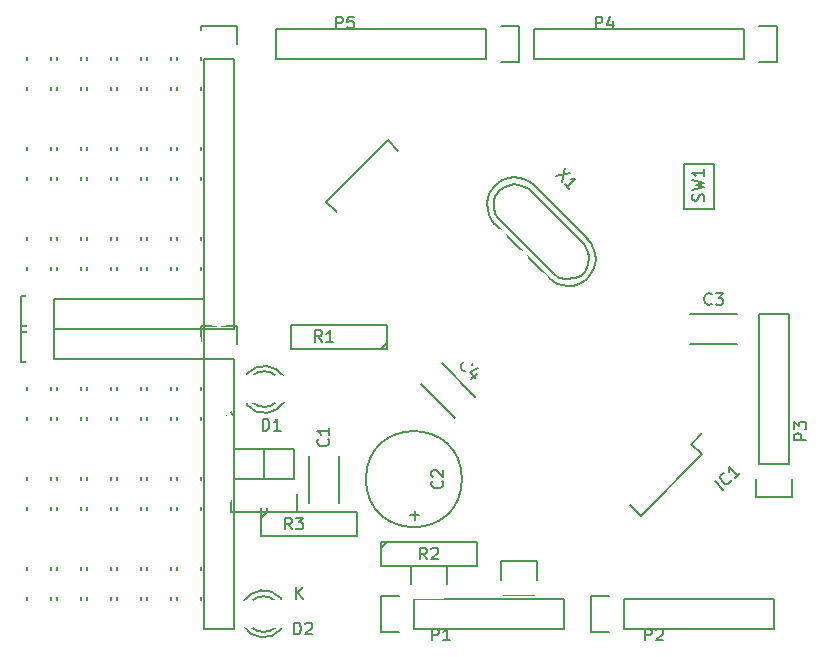
<source format=gto>
G04 #@! TF.FileFunction,Legend,Top*
%FSLAX46Y46*%
G04 Gerber Fmt 4.6, Leading zero omitted, Abs format (unit mm)*
G04 Created by KiCad (PCBNEW 4.0.4+e1-6308~48~ubuntu16.04.1-stable) date Thu Sep 15 18:43:10 2016*
%MOMM*%
%LPD*%
G01*
G04 APERTURE LIST*
%ADD10C,0.100000*%
%ADD11C,0.150000*%
%ADD12R,2.305000X2.305000*%
%ADD13C,2.000000*%
%ADD14R,2.000000X2.000000*%
%ADD15C,3.600000*%
%ADD16C,1.901140*%
%ADD17C,1.924000*%
%ADD18R,2.432000X2.127200*%
%ADD19O,2.432000X2.127200*%
%ADD20R,2.127200X2.432000*%
%ADD21O,2.127200X2.432000*%
%ADD22R,2.432000X2.432000*%
%ADD23O,2.432000X2.432000*%
%ADD24R,2.635200X2.635200*%
%ADD25R,2.400000X2.400000*%
%ADD26C,2.400000*%
%ADD27R,2.051000X2.051000*%
%ADD28C,2.051000*%
%ADD29C,2.000000*%
G04 APERTURE END LIST*
D10*
D11*
X1524000Y23876000D02*
X3556000Y23876000D01*
X3556000Y23876000D02*
X3556000Y16764000D01*
X3556000Y16764000D02*
X1524000Y16764000D01*
X1524000Y16764000D02*
X1524000Y23876000D01*
X1524000Y51816000D02*
X3556000Y51816000D01*
X3556000Y51816000D02*
X3556000Y44704000D01*
X3556000Y44704000D02*
X1524000Y44704000D01*
X1524000Y44704000D02*
X1524000Y51816000D01*
X57150000Y40640000D02*
X57150000Y36830000D01*
X57150000Y36830000D02*
X59690000Y36830000D01*
X59690000Y36830000D02*
X59690000Y40640000D01*
X59690000Y40640000D02*
X57150000Y40640000D01*
X36675553Y23766214D02*
X39503981Y20937786D01*
X34907786Y21998447D02*
X37736214Y19170019D01*
X57670000Y27920000D02*
X61670000Y27920000D01*
X57670000Y25420000D02*
X61670000Y25420000D01*
X25420000Y11950000D02*
X25420000Y15950000D01*
X27920000Y11950000D02*
X27920000Y15950000D01*
X41054661Y37540051D02*
X41196549Y37965715D01*
X41196549Y37965715D02*
X41548575Y38461425D01*
X41548575Y38461425D02*
X41974239Y38743405D01*
X41974239Y38743405D02*
X42750133Y38955339D01*
X42750133Y38955339D02*
X43459574Y38813451D01*
X43459574Y38813451D02*
X44025330Y38531471D01*
X44025330Y38531471D02*
X48691471Y33865330D01*
X48691471Y33865330D02*
X49045293Y33227732D01*
X49045293Y33227732D02*
X49115339Y32733818D01*
X49115339Y32733818D02*
X49045293Y32096219D01*
X49045293Y32096219D02*
X48763313Y31530463D01*
X48763313Y31530463D02*
X48409491Y31176641D01*
X48409491Y31176641D02*
X47913781Y30964707D01*
X47913781Y30964707D02*
X47136090Y30894661D01*
X47136090Y30894661D02*
X46570334Y31036549D01*
X46570334Y31036549D02*
X46144670Y31318529D01*
X46074624Y31388575D02*
X41406687Y36056512D01*
X41406687Y36056512D02*
X41196549Y36410334D01*
X41196549Y36410334D02*
X41054661Y36976090D01*
X41054661Y36976090D02*
X41054661Y37683735D01*
X45693861Y31022181D02*
X46053072Y30731220D01*
X46053072Y30731220D02*
X46414078Y30528267D01*
X46414078Y30528267D02*
X46873867Y30377398D01*
X46873867Y30377398D02*
X47242058Y30336089D01*
X47242058Y30336089D02*
X47723399Y30350458D01*
X47723399Y30350458D02*
X48308912Y30526471D01*
X48308912Y30526471D02*
X48824379Y30858740D01*
X48824379Y30858740D02*
X49185385Y31219746D01*
X49185385Y31219746D02*
X49560760Y31835792D01*
X49560760Y31835792D02*
X49695463Y32534456D01*
X49695463Y32534456D02*
X49632602Y33121765D01*
X49632602Y33121765D02*
X49481733Y33567185D01*
X49481733Y33567185D02*
X49276984Y33998238D01*
X49276984Y33998238D02*
X48987819Y34330507D01*
X43642771Y39366635D02*
X43218903Y39477990D01*
X43218903Y39477990D02*
X42795035Y39506727D01*
X42795035Y39506727D02*
X42383739Y39451049D01*
X42383739Y39451049D02*
X41782062Y39273240D01*
X41782062Y39273240D02*
X41372562Y39018201D01*
X41372562Y39018201D02*
X41033108Y38707484D01*
X41033108Y38707484D02*
X40770885Y38319537D01*
X40770885Y38319537D02*
X40587688Y37866932D01*
X40587688Y37866932D02*
X40510458Y37279623D01*
X40510458Y37279623D02*
X40532010Y36805466D01*
X40532010Y36805466D02*
X40643365Y36367229D01*
X40643365Y36367229D02*
X40848115Y35964914D01*
X40848115Y35964914D02*
X41112135Y35603907D01*
X48995004Y34308954D02*
X44433033Y38870925D01*
X44433033Y38870925D02*
X44109744Y39140332D01*
X44109744Y39140332D02*
X43642771Y39366635D01*
X45701046Y31014996D02*
X41139075Y35576967D01*
X20320000Y10160000D02*
X21336000Y10160000D01*
X21336000Y10160000D02*
X21336000Y11176000D01*
X21336000Y11176000D02*
X29464000Y11176000D01*
X29464000Y11176000D02*
X29464000Y9144000D01*
X29464000Y9144000D02*
X21336000Y9144000D01*
X21336000Y9144000D02*
X21336000Y10160000D01*
X21336000Y10668000D02*
X21844000Y11176000D01*
X30480000Y10160000D02*
X29464000Y10160000D01*
X30480000Y7620000D02*
X31496000Y7620000D01*
X31496000Y7620000D02*
X31496000Y8636000D01*
X31496000Y8636000D02*
X39624000Y8636000D01*
X39624000Y8636000D02*
X39624000Y6604000D01*
X39624000Y6604000D02*
X31496000Y6604000D01*
X31496000Y6604000D02*
X31496000Y7620000D01*
X31496000Y8128000D02*
X32004000Y8636000D01*
X40640000Y7620000D02*
X39624000Y7620000D01*
X33020000Y26035000D02*
X32004000Y26035000D01*
X32004000Y26035000D02*
X32004000Y25019000D01*
X32004000Y25019000D02*
X23876000Y25019000D01*
X23876000Y25019000D02*
X23876000Y27051000D01*
X23876000Y27051000D02*
X32004000Y27051000D01*
X32004000Y27051000D02*
X32004000Y26035000D01*
X32004000Y25527000D02*
X31496000Y25019000D01*
X22860000Y26035000D02*
X23876000Y26035000D01*
X19050000Y49530000D02*
X19050000Y26670000D01*
X19050000Y26670000D02*
X16510000Y26670000D01*
X16510000Y26670000D02*
X16510000Y49530000D01*
X19330000Y52350000D02*
X19330000Y50800000D01*
X19050000Y49530000D02*
X16510000Y49530000D01*
X16230000Y50800000D02*
X16230000Y52350000D01*
X16230000Y52350000D02*
X19330000Y52350000D01*
X3810000Y29210000D02*
X16510000Y29210000D01*
X16510000Y29210000D02*
X16510000Y26670000D01*
X16510000Y26670000D02*
X3810000Y26670000D01*
X990000Y29490000D02*
X2540000Y29490000D01*
X3810000Y29210000D02*
X3810000Y26670000D01*
X2540000Y26390000D02*
X990000Y26390000D01*
X990000Y26390000D02*
X990000Y29490000D01*
X19050000Y24130000D02*
X19050000Y1270000D01*
X19050000Y1270000D02*
X16510000Y1270000D01*
X16510000Y1270000D02*
X16510000Y24130000D01*
X19330000Y26950000D02*
X19330000Y25400000D01*
X19050000Y24130000D02*
X16510000Y24130000D01*
X16230000Y25400000D02*
X16230000Y26950000D01*
X16230000Y26950000D02*
X19330000Y26950000D01*
X3810000Y26670000D02*
X16510000Y26670000D01*
X16510000Y26670000D02*
X16510000Y24130000D01*
X16510000Y24130000D02*
X3810000Y24130000D01*
X990000Y26950000D02*
X2540000Y26950000D01*
X3810000Y26670000D02*
X3810000Y24130000D01*
X2540000Y23850000D02*
X990000Y23850000D01*
X990000Y23850000D02*
X990000Y26950000D01*
X19050000Y13970000D02*
X19050000Y16510000D01*
X18770000Y11150000D02*
X18770000Y12700000D01*
X19050000Y13970000D02*
X21590000Y13970000D01*
X21870000Y12700000D02*
X21870000Y11150000D01*
X21870000Y11150000D02*
X18770000Y11150000D01*
X21590000Y13970000D02*
X21590000Y16510000D01*
X21590000Y16510000D02*
X19050000Y16510000D01*
X21590000Y13970000D02*
X21590000Y16510000D01*
X21310000Y11150000D02*
X21310000Y12700000D01*
X21590000Y13970000D02*
X24130000Y13970000D01*
X24410000Y12700000D02*
X24410000Y11150000D01*
X24410000Y11150000D02*
X21310000Y11150000D01*
X24130000Y13970000D02*
X24130000Y16510000D01*
X24130000Y16510000D02*
X21590000Y16510000D01*
X44730000Y7011000D02*
X44730000Y5461000D01*
X41630000Y5461000D02*
X41630000Y7011000D01*
X41630000Y7011000D02*
X44730000Y7011000D01*
X41910000Y4191000D02*
X44450000Y4191000D01*
X37110000Y6630000D02*
X37110000Y5080000D01*
X34010000Y5080000D02*
X34010000Y6630000D01*
X34010000Y6630000D02*
X37110000Y6630000D01*
X34290000Y3810000D02*
X36830000Y3810000D01*
X40386000Y49530000D02*
X22606000Y49530000D01*
X22606000Y49530000D02*
X22606000Y52070000D01*
X22606000Y52070000D02*
X40386000Y52070000D01*
X43206000Y49250000D02*
X41656000Y49250000D01*
X40386000Y49530000D02*
X40386000Y52070000D01*
X41656000Y52350000D02*
X43206000Y52350000D01*
X43206000Y52350000D02*
X43206000Y49250000D01*
X62230000Y49530000D02*
X44450000Y49530000D01*
X44450000Y49530000D02*
X44450000Y52070000D01*
X44450000Y52070000D02*
X62230000Y52070000D01*
X65050000Y49250000D02*
X63500000Y49250000D01*
X62230000Y49530000D02*
X62230000Y52070000D01*
X63500000Y52350000D02*
X65050000Y52350000D01*
X65050000Y52350000D02*
X65050000Y49250000D01*
X63500000Y15240000D02*
X63500000Y27940000D01*
X63500000Y27940000D02*
X66040000Y27940000D01*
X66040000Y27940000D02*
X66040000Y15240000D01*
X63220000Y12420000D02*
X63220000Y13970000D01*
X63500000Y15240000D02*
X66040000Y15240000D01*
X66320000Y13970000D02*
X66320000Y12420000D01*
X66320000Y12420000D02*
X63220000Y12420000D01*
X52070000Y3810000D02*
X64770000Y3810000D01*
X64770000Y3810000D02*
X64770000Y1270000D01*
X64770000Y1270000D02*
X52070000Y1270000D01*
X49250000Y4090000D02*
X50800000Y4090000D01*
X52070000Y3810000D02*
X52070000Y1270000D01*
X50800000Y990000D02*
X49250000Y990000D01*
X49250000Y990000D02*
X49250000Y4090000D01*
X34290000Y3810000D02*
X46990000Y3810000D01*
X46990000Y3810000D02*
X46990000Y1270000D01*
X46990000Y1270000D02*
X34290000Y1270000D01*
X31470000Y4090000D02*
X33020000Y4090000D01*
X34290000Y3810000D02*
X34290000Y1270000D01*
X33020000Y990000D02*
X31470000Y990000D01*
X31470000Y990000D02*
X31470000Y4090000D01*
X23059000Y3854000D02*
X23059000Y3654000D01*
X23059000Y1260000D02*
X23059000Y1440000D01*
X19831256Y1570357D02*
G75*
G03X23059000Y1254000I1727744J1003643D01*
G01*
X20506994Y1440932D02*
G75*
G03X22610000Y1440000I1052006J1133068D01*
G01*
X23046220Y3880726D02*
G75*
G03X19809000Y3534000I-1497220J-1306726D01*
G01*
X22572889Y3653253D02*
G75*
G03X20525000Y3634000I-1013889J-1079253D01*
G01*
X20121000Y20276000D02*
X20121000Y20476000D01*
X20121000Y22870000D02*
X20121000Y22690000D01*
X23348744Y22559643D02*
G75*
G03X20121000Y22876000I-1727744J-1003643D01*
G01*
X22673006Y22689068D02*
G75*
G03X20570000Y22690000I-1052006J-1133068D01*
G01*
X20133780Y20249274D02*
G75*
G03X23371000Y20596000I1497220J1306726D01*
G01*
X20607111Y20476747D02*
G75*
G03X22655000Y20496000I1013889J1079253D01*
G01*
X38354000Y13970000D02*
G75*
G03X38354000Y13970000I-4064000J0D01*
G01*
X58677351Y16061731D02*
X57779325Y16959756D01*
X53480116Y10864496D02*
X52582090Y11762521D01*
X26885830Y37458782D02*
X27783855Y36560756D01*
X32083065Y42656017D02*
X32981090Y41757991D01*
X58677351Y16061731D02*
X53480116Y10864496D01*
X32083065Y42656017D02*
X26885830Y37458782D01*
X57779325Y16959756D02*
X58687957Y17868388D01*
X4064000Y51816000D02*
X6096000Y51816000D01*
X6096000Y51816000D02*
X6096000Y44704000D01*
X6096000Y44704000D02*
X4064000Y44704000D01*
X4064000Y44704000D02*
X4064000Y51816000D01*
X6604000Y51816000D02*
X8636000Y51816000D01*
X8636000Y51816000D02*
X8636000Y44704000D01*
X8636000Y44704000D02*
X6604000Y44704000D01*
X6604000Y44704000D02*
X6604000Y51816000D01*
X9144000Y51816000D02*
X11176000Y51816000D01*
X11176000Y51816000D02*
X11176000Y44704000D01*
X11176000Y44704000D02*
X9144000Y44704000D01*
X9144000Y44704000D02*
X9144000Y51816000D01*
X11684000Y51816000D02*
X13716000Y51816000D01*
X13716000Y51816000D02*
X13716000Y44704000D01*
X13716000Y44704000D02*
X11684000Y44704000D01*
X11684000Y44704000D02*
X11684000Y51816000D01*
X14224000Y51816000D02*
X16256000Y51816000D01*
X16256000Y51816000D02*
X16256000Y44704000D01*
X16256000Y44704000D02*
X14224000Y44704000D01*
X14224000Y44704000D02*
X14224000Y51816000D01*
X1524000Y44196000D02*
X3556000Y44196000D01*
X3556000Y44196000D02*
X3556000Y37084000D01*
X3556000Y37084000D02*
X1524000Y37084000D01*
X1524000Y37084000D02*
X1524000Y44196000D01*
X4064000Y44196000D02*
X6096000Y44196000D01*
X6096000Y44196000D02*
X6096000Y37084000D01*
X6096000Y37084000D02*
X4064000Y37084000D01*
X4064000Y37084000D02*
X4064000Y44196000D01*
X6604000Y44196000D02*
X8636000Y44196000D01*
X8636000Y44196000D02*
X8636000Y37084000D01*
X8636000Y37084000D02*
X6604000Y37084000D01*
X6604000Y37084000D02*
X6604000Y44196000D01*
X9144000Y44196000D02*
X11176000Y44196000D01*
X11176000Y44196000D02*
X11176000Y37084000D01*
X11176000Y37084000D02*
X9144000Y37084000D01*
X9144000Y37084000D02*
X9144000Y44196000D01*
X11684000Y44196000D02*
X13716000Y44196000D01*
X13716000Y44196000D02*
X13716000Y37084000D01*
X13716000Y37084000D02*
X11684000Y37084000D01*
X11684000Y37084000D02*
X11684000Y44196000D01*
X14224000Y44196000D02*
X16256000Y44196000D01*
X16256000Y44196000D02*
X16256000Y37084000D01*
X16256000Y37084000D02*
X14224000Y37084000D01*
X14224000Y37084000D02*
X14224000Y44196000D01*
X1524000Y36576000D02*
X3556000Y36576000D01*
X3556000Y36576000D02*
X3556000Y29464000D01*
X3556000Y29464000D02*
X1524000Y29464000D01*
X1524000Y29464000D02*
X1524000Y36576000D01*
X4064000Y36576000D02*
X6096000Y36576000D01*
X6096000Y36576000D02*
X6096000Y29464000D01*
X6096000Y29464000D02*
X4064000Y29464000D01*
X4064000Y29464000D02*
X4064000Y36576000D01*
X6604000Y36576000D02*
X8636000Y36576000D01*
X8636000Y36576000D02*
X8636000Y29464000D01*
X8636000Y29464000D02*
X6604000Y29464000D01*
X6604000Y29464000D02*
X6604000Y36576000D01*
X9144000Y36576000D02*
X11176000Y36576000D01*
X11176000Y36576000D02*
X11176000Y29464000D01*
X11176000Y29464000D02*
X9144000Y29464000D01*
X9144000Y29464000D02*
X9144000Y36576000D01*
X11684000Y36576000D02*
X13716000Y36576000D01*
X13716000Y36576000D02*
X13716000Y29464000D01*
X13716000Y29464000D02*
X11684000Y29464000D01*
X11684000Y29464000D02*
X11684000Y36576000D01*
X14224000Y36576000D02*
X16256000Y36576000D01*
X16256000Y36576000D02*
X16256000Y29464000D01*
X16256000Y29464000D02*
X14224000Y29464000D01*
X14224000Y29464000D02*
X14224000Y36576000D01*
X4064000Y23876000D02*
X6096000Y23876000D01*
X6096000Y23876000D02*
X6096000Y16764000D01*
X6096000Y16764000D02*
X4064000Y16764000D01*
X4064000Y16764000D02*
X4064000Y23876000D01*
X6604000Y23876000D02*
X8636000Y23876000D01*
X8636000Y23876000D02*
X8636000Y16764000D01*
X8636000Y16764000D02*
X6604000Y16764000D01*
X6604000Y16764000D02*
X6604000Y23876000D01*
X9144000Y23876000D02*
X11176000Y23876000D01*
X11176000Y23876000D02*
X11176000Y16764000D01*
X11176000Y16764000D02*
X9144000Y16764000D01*
X9144000Y16764000D02*
X9144000Y23876000D01*
X11684000Y23876000D02*
X13716000Y23876000D01*
X13716000Y23876000D02*
X13716000Y16764000D01*
X13716000Y16764000D02*
X11684000Y16764000D01*
X11684000Y16764000D02*
X11684000Y23876000D01*
X14224000Y23876000D02*
X16256000Y23876000D01*
X16256000Y23876000D02*
X16256000Y16764000D01*
X16256000Y16764000D02*
X14224000Y16764000D01*
X14224000Y16764000D02*
X14224000Y23876000D01*
X1524000Y16256000D02*
X3556000Y16256000D01*
X3556000Y16256000D02*
X3556000Y9144000D01*
X3556000Y9144000D02*
X1524000Y9144000D01*
X1524000Y9144000D02*
X1524000Y16256000D01*
X4064000Y16256000D02*
X6096000Y16256000D01*
X6096000Y16256000D02*
X6096000Y9144000D01*
X6096000Y9144000D02*
X4064000Y9144000D01*
X4064000Y9144000D02*
X4064000Y16256000D01*
X6604000Y16256000D02*
X8636000Y16256000D01*
X8636000Y16256000D02*
X8636000Y9144000D01*
X8636000Y9144000D02*
X6604000Y9144000D01*
X6604000Y9144000D02*
X6604000Y16256000D01*
X9144000Y16256000D02*
X11176000Y16256000D01*
X11176000Y16256000D02*
X11176000Y9144000D01*
X11176000Y9144000D02*
X9144000Y9144000D01*
X9144000Y9144000D02*
X9144000Y16256000D01*
X11684000Y16256000D02*
X13716000Y16256000D01*
X13716000Y16256000D02*
X13716000Y9144000D01*
X13716000Y9144000D02*
X11684000Y9144000D01*
X11684000Y9144000D02*
X11684000Y16256000D01*
X14224000Y16256000D02*
X16256000Y16256000D01*
X16256000Y16256000D02*
X16256000Y9144000D01*
X16256000Y9144000D02*
X14224000Y9144000D01*
X14224000Y9144000D02*
X14224000Y16256000D01*
X1524000Y8636000D02*
X3556000Y8636000D01*
X3556000Y8636000D02*
X3556000Y1524000D01*
X3556000Y1524000D02*
X1524000Y1524000D01*
X1524000Y1524000D02*
X1524000Y8636000D01*
X4064000Y8636000D02*
X6096000Y8636000D01*
X6096000Y8636000D02*
X6096000Y1524000D01*
X6096000Y1524000D02*
X4064000Y1524000D01*
X4064000Y1524000D02*
X4064000Y8636000D01*
X6604000Y8636000D02*
X8636000Y8636000D01*
X8636000Y8636000D02*
X8636000Y1524000D01*
X8636000Y1524000D02*
X6604000Y1524000D01*
X6604000Y1524000D02*
X6604000Y8636000D01*
X9144000Y8636000D02*
X11176000Y8636000D01*
X11176000Y8636000D02*
X11176000Y1524000D01*
X11176000Y1524000D02*
X9144000Y1524000D01*
X9144000Y1524000D02*
X9144000Y8636000D01*
X11684000Y8636000D02*
X13716000Y8636000D01*
X13716000Y8636000D02*
X13716000Y1524000D01*
X13716000Y1524000D02*
X11684000Y1524000D01*
X11684000Y1524000D02*
X11684000Y8636000D01*
X14224000Y8636000D02*
X16256000Y8636000D01*
X16256000Y8636000D02*
X16256000Y1524000D01*
X16256000Y1524000D02*
X14224000Y1524000D01*
X14224000Y1524000D02*
X14224000Y8636000D01*
X58824762Y37528667D02*
X58872381Y37671524D01*
X58872381Y37909620D01*
X58824762Y38004858D01*
X58777143Y38052477D01*
X58681905Y38100096D01*
X58586667Y38100096D01*
X58491429Y38052477D01*
X58443810Y38004858D01*
X58396190Y37909620D01*
X58348571Y37719143D01*
X58300952Y37623905D01*
X58253333Y37576286D01*
X58158095Y37528667D01*
X58062857Y37528667D01*
X57967619Y37576286D01*
X57920000Y37623905D01*
X57872381Y37719143D01*
X57872381Y37957239D01*
X57920000Y38100096D01*
X57872381Y38433429D02*
X58872381Y38671524D01*
X58158095Y38862001D01*
X58872381Y39052477D01*
X57872381Y39290572D01*
X58872381Y40195334D02*
X58872381Y39623905D01*
X58872381Y39909619D02*
X57872381Y39909619D01*
X58015238Y39814381D01*
X58110476Y39719143D01*
X58158095Y39623905D01*
X38603261Y23101195D02*
X38535918Y23101195D01*
X38401231Y23168539D01*
X38333887Y23235882D01*
X38266543Y23370570D01*
X38266543Y23505257D01*
X38300215Y23606272D01*
X38401230Y23774630D01*
X38502246Y23875646D01*
X38670605Y23976661D01*
X38771620Y24010333D01*
X38906307Y24010333D01*
X39040994Y23942989D01*
X39108338Y23875646D01*
X39175681Y23740959D01*
X39175681Y23673615D01*
X39613414Y22899165D02*
X39142009Y22427760D01*
X39714428Y23336898D02*
X39040993Y23000180D01*
X39478726Y22562447D01*
X59503334Y28812857D02*
X59455715Y28765238D01*
X59312858Y28717619D01*
X59217620Y28717619D01*
X59074762Y28765238D01*
X58979524Y28860476D01*
X58931905Y28955714D01*
X58884286Y29146190D01*
X58884286Y29289048D01*
X58931905Y29479524D01*
X58979524Y29574762D01*
X59074762Y29670000D01*
X59217620Y29717619D01*
X59312858Y29717619D01*
X59455715Y29670000D01*
X59503334Y29622381D01*
X59836667Y29717619D02*
X60455715Y29717619D01*
X60122381Y29336667D01*
X60265239Y29336667D01*
X60360477Y29289048D01*
X60408096Y29241429D01*
X60455715Y29146190D01*
X60455715Y28908095D01*
X60408096Y28812857D01*
X60360477Y28765238D01*
X60265239Y28717619D01*
X59979524Y28717619D01*
X59884286Y28765238D01*
X59836667Y28812857D01*
X27027143Y17359334D02*
X27074762Y17311715D01*
X27122381Y17168858D01*
X27122381Y17073620D01*
X27074762Y16930762D01*
X26979524Y16835524D01*
X26884286Y16787905D01*
X26693810Y16740286D01*
X26550952Y16740286D01*
X26360476Y16787905D01*
X26265238Y16835524D01*
X26170000Y16930762D01*
X26122381Y17073620D01*
X26122381Y17168858D01*
X26170000Y17311715D01*
X26217619Y17359334D01*
X27122381Y18311715D02*
X27122381Y17740286D01*
X27122381Y18026000D02*
X26122381Y18026000D01*
X26265238Y17930762D01*
X26360476Y17835524D01*
X26408095Y17740286D01*
X47058805Y40329645D02*
X46823103Y39151133D01*
X47530210Y39858240D02*
X46351698Y39622538D01*
X47462867Y38511370D02*
X47058805Y38915431D01*
X47260836Y38713401D02*
X47967942Y39420508D01*
X47799584Y39386836D01*
X47664897Y39386836D01*
X47563882Y39420508D01*
X23963334Y9707619D02*
X23630000Y10183810D01*
X23391905Y9707619D02*
X23391905Y10707619D01*
X23772858Y10707619D01*
X23868096Y10660000D01*
X23915715Y10612381D01*
X23963334Y10517143D01*
X23963334Y10374286D01*
X23915715Y10279048D01*
X23868096Y10231429D01*
X23772858Y10183810D01*
X23391905Y10183810D01*
X24296667Y10707619D02*
X24915715Y10707619D01*
X24582381Y10326667D01*
X24725239Y10326667D01*
X24820477Y10279048D01*
X24868096Y10231429D01*
X24915715Y10136190D01*
X24915715Y9898095D01*
X24868096Y9802857D01*
X24820477Y9755238D01*
X24725239Y9707619D01*
X24439524Y9707619D01*
X24344286Y9755238D01*
X24296667Y9802857D01*
X35393334Y7167619D02*
X35060000Y7643810D01*
X34821905Y7167619D02*
X34821905Y8167619D01*
X35202858Y8167619D01*
X35298096Y8120000D01*
X35345715Y8072381D01*
X35393334Y7977143D01*
X35393334Y7834286D01*
X35345715Y7739048D01*
X35298096Y7691429D01*
X35202858Y7643810D01*
X34821905Y7643810D01*
X35774286Y8072381D02*
X35821905Y8120000D01*
X35917143Y8167619D01*
X36155239Y8167619D01*
X36250477Y8120000D01*
X36298096Y8072381D01*
X36345715Y7977143D01*
X36345715Y7881905D01*
X36298096Y7739048D01*
X35726667Y7167619D01*
X36345715Y7167619D01*
X26503334Y25582619D02*
X26170000Y26058810D01*
X25931905Y25582619D02*
X25931905Y26582619D01*
X26312858Y26582619D01*
X26408096Y26535000D01*
X26455715Y26487381D01*
X26503334Y26392143D01*
X26503334Y26249286D01*
X26455715Y26154048D01*
X26408096Y26106429D01*
X26312858Y26058810D01*
X25931905Y26058810D01*
X27455715Y25582619D02*
X26884286Y25582619D01*
X27170000Y25582619D02*
X27170000Y26582619D01*
X27074762Y26439762D01*
X26979524Y26344524D01*
X26884286Y26296905D01*
X27709905Y52125619D02*
X27709905Y53125619D01*
X28090858Y53125619D01*
X28186096Y53078000D01*
X28233715Y53030381D01*
X28281334Y52935143D01*
X28281334Y52792286D01*
X28233715Y52697048D01*
X28186096Y52649429D01*
X28090858Y52601810D01*
X27709905Y52601810D01*
X29186096Y53125619D02*
X28709905Y53125619D01*
X28662286Y52649429D01*
X28709905Y52697048D01*
X28805143Y52744667D01*
X29043239Y52744667D01*
X29138477Y52697048D01*
X29186096Y52649429D01*
X29233715Y52554190D01*
X29233715Y52316095D01*
X29186096Y52220857D01*
X29138477Y52173238D01*
X29043239Y52125619D01*
X28805143Y52125619D01*
X28709905Y52173238D01*
X28662286Y52220857D01*
X49680905Y52125619D02*
X49680905Y53125619D01*
X50061858Y53125619D01*
X50157096Y53078000D01*
X50204715Y53030381D01*
X50252334Y52935143D01*
X50252334Y52792286D01*
X50204715Y52697048D01*
X50157096Y52649429D01*
X50061858Y52601810D01*
X49680905Y52601810D01*
X51109477Y52792286D02*
X51109477Y52125619D01*
X50871381Y53173238D02*
X50633286Y52458952D01*
X51252334Y52458952D01*
X67508381Y17295905D02*
X66508381Y17295905D01*
X66508381Y17676858D01*
X66556000Y17772096D01*
X66603619Y17819715D01*
X66698857Y17867334D01*
X66841714Y17867334D01*
X66936952Y17819715D01*
X66984571Y17772096D01*
X67032190Y17676858D01*
X67032190Y17295905D01*
X66508381Y18200667D02*
X66508381Y18819715D01*
X66889333Y18486381D01*
X66889333Y18629239D01*
X66936952Y18724477D01*
X66984571Y18772096D01*
X67079810Y18819715D01*
X67317905Y18819715D01*
X67413143Y18772096D01*
X67460762Y18724477D01*
X67508381Y18629239D01*
X67508381Y18343524D01*
X67460762Y18248286D01*
X67413143Y18200667D01*
X53871905Y309619D02*
X53871905Y1309619D01*
X54252858Y1309619D01*
X54348096Y1262000D01*
X54395715Y1214381D01*
X54443334Y1119143D01*
X54443334Y976286D01*
X54395715Y881048D01*
X54348096Y833429D01*
X54252858Y785810D01*
X53871905Y785810D01*
X54824286Y1214381D02*
X54871905Y1262000D01*
X54967143Y1309619D01*
X55205239Y1309619D01*
X55300477Y1262000D01*
X55348096Y1214381D01*
X55395715Y1119143D01*
X55395715Y1023905D01*
X55348096Y881048D01*
X54776667Y309619D01*
X55395715Y309619D01*
X35837905Y309619D02*
X35837905Y1309619D01*
X36218858Y1309619D01*
X36314096Y1262000D01*
X36361715Y1214381D01*
X36409334Y1119143D01*
X36409334Y976286D01*
X36361715Y881048D01*
X36314096Y833429D01*
X36218858Y785810D01*
X35837905Y785810D01*
X37361715Y309619D02*
X36790286Y309619D01*
X37076000Y309619D02*
X37076000Y1309619D01*
X36980762Y1166762D01*
X36885524Y1071524D01*
X36790286Y1023905D01*
X24153905Y817619D02*
X24153905Y1817619D01*
X24392000Y1817619D01*
X24534858Y1770000D01*
X24630096Y1674762D01*
X24677715Y1579524D01*
X24725334Y1389048D01*
X24725334Y1246190D01*
X24677715Y1055714D01*
X24630096Y960476D01*
X24534858Y865238D01*
X24392000Y817619D01*
X24153905Y817619D01*
X25106286Y1722381D02*
X25153905Y1770000D01*
X25249143Y1817619D01*
X25487239Y1817619D01*
X25582477Y1770000D01*
X25630096Y1722381D01*
X25677715Y1627143D01*
X25677715Y1531905D01*
X25630096Y1389048D01*
X25058667Y817619D01*
X25677715Y817619D01*
X24288095Y3827619D02*
X24288095Y4827619D01*
X24859524Y3827619D02*
X24430952Y4399048D01*
X24859524Y4827619D02*
X24288095Y4256190D01*
X21491905Y18077619D02*
X21491905Y19077619D01*
X21730000Y19077619D01*
X21872858Y19030000D01*
X21968096Y18934762D01*
X22015715Y18839524D01*
X22063334Y18649048D01*
X22063334Y18506190D01*
X22015715Y18315714D01*
X21968096Y18220476D01*
X21872858Y18125238D01*
X21730000Y18077619D01*
X21491905Y18077619D01*
X23015715Y18077619D02*
X22444286Y18077619D01*
X22730000Y18077619D02*
X22730000Y19077619D01*
X22634762Y18934762D01*
X22539524Y18839524D01*
X22444286Y18791905D01*
X18368095Y19397619D02*
X18368095Y20397619D01*
X18939524Y19397619D02*
X18510952Y19969048D01*
X18939524Y20397619D02*
X18368095Y19826190D01*
X36679143Y13803334D02*
X36726762Y13755715D01*
X36774381Y13612858D01*
X36774381Y13517620D01*
X36726762Y13374762D01*
X36631524Y13279524D01*
X36536286Y13231905D01*
X36345810Y13184286D01*
X36202952Y13184286D01*
X36012476Y13231905D01*
X35917238Y13279524D01*
X35822000Y13374762D01*
X35774381Y13517620D01*
X35774381Y13612858D01*
X35822000Y13755715D01*
X35869619Y13803334D01*
X35869619Y14184286D02*
X35822000Y14231905D01*
X35774381Y14327143D01*
X35774381Y14565239D01*
X35822000Y14660477D01*
X35869619Y14708096D01*
X35964857Y14755715D01*
X36060095Y14755715D01*
X36202952Y14708096D01*
X36774381Y14136667D01*
X36774381Y14755715D01*
X34361429Y10543588D02*
X34361429Y11305493D01*
X34742381Y10924541D02*
X33980476Y10924541D01*
X60470708Y13078751D02*
X59763601Y13785858D01*
X61144143Y13886873D02*
X61144143Y13819529D01*
X61076800Y13684842D01*
X61009456Y13617499D01*
X60874769Y13550155D01*
X60740082Y13550155D01*
X60639067Y13583827D01*
X60470708Y13684842D01*
X60369692Y13785858D01*
X60268677Y13954216D01*
X60235005Y14055231D01*
X60235005Y14189918D01*
X60302350Y14324606D01*
X60369693Y14391949D01*
X60504380Y14459293D01*
X60571723Y14459293D01*
X61884922Y14492964D02*
X61480860Y14088903D01*
X61682891Y14290933D02*
X60975784Y14998040D01*
X61009456Y14829681D01*
X61009456Y14694995D01*
X60975784Y14593979D01*
%LPC*%
D12*
X2540000Y17780000D03*
X2540000Y20320000D03*
X2540000Y22860000D03*
X2540000Y45720000D03*
X2540000Y48260000D03*
X2540000Y50800000D03*
D13*
X58420000Y41910000D03*
X58420000Y35410000D03*
D10*
G36*
X34907786Y22352000D02*
X36322000Y23766214D01*
X37736214Y22352000D01*
X36322000Y20937786D01*
X34907786Y22352000D01*
X34907786Y22352000D01*
G37*
D13*
X38089767Y20584233D03*
D14*
X58420000Y26670000D03*
D13*
X60920000Y26670000D03*
D14*
X26670000Y12700000D03*
D13*
X26670000Y15200000D03*
D15*
X66040000Y35560000D03*
X66040000Y7620000D03*
D16*
X46811005Y33198995D03*
X43358995Y36651005D03*
X45085000Y34925000D03*
D17*
X20320000Y10160000D03*
X30480000Y10160000D03*
X30480000Y7620000D03*
X40640000Y7620000D03*
X33020000Y26035000D03*
X22860000Y26035000D03*
D18*
X17780000Y50800000D03*
D19*
X17780000Y48260000D03*
X17780000Y45720000D03*
X17780000Y43180000D03*
X17780000Y40640000D03*
X17780000Y38100000D03*
X17780000Y35560000D03*
X17780000Y33020000D03*
X17780000Y30480000D03*
X17780000Y27940000D03*
D20*
X2540000Y27940000D03*
D21*
X5080000Y27940000D03*
X7620000Y27940000D03*
X10160000Y27940000D03*
X12700000Y27940000D03*
X15240000Y27940000D03*
D18*
X17780000Y25400000D03*
D19*
X17780000Y22860000D03*
X17780000Y20320000D03*
X17780000Y17780000D03*
X17780000Y15240000D03*
X17780000Y12700000D03*
X17780000Y10160000D03*
X17780000Y7620000D03*
X17780000Y5080000D03*
X17780000Y2540000D03*
D20*
X2540000Y25400000D03*
D21*
X5080000Y25400000D03*
X7620000Y25400000D03*
X10160000Y25400000D03*
X12700000Y25400000D03*
X15240000Y25400000D03*
D22*
X20320000Y12700000D03*
D23*
X20320000Y15240000D03*
D22*
X22860000Y12700000D03*
D23*
X22860000Y15240000D03*
D24*
X43180000Y5461000D03*
X35560000Y5080000D03*
D20*
X41656000Y50800000D03*
D21*
X39116000Y50800000D03*
X36576000Y50800000D03*
X34036000Y50800000D03*
X31496000Y50800000D03*
X28956000Y50800000D03*
X26416000Y50800000D03*
X23876000Y50800000D03*
D20*
X63500000Y50800000D03*
D21*
X60960000Y50800000D03*
X58420000Y50800000D03*
X55880000Y50800000D03*
X53340000Y50800000D03*
X50800000Y50800000D03*
X48260000Y50800000D03*
X45720000Y50800000D03*
D18*
X64770000Y13970000D03*
D19*
X64770000Y16510000D03*
X64770000Y19050000D03*
X64770000Y21590000D03*
X64770000Y24130000D03*
X64770000Y26670000D03*
D20*
X50800000Y2540000D03*
D21*
X53340000Y2540000D03*
X55880000Y2540000D03*
X58420000Y2540000D03*
X60960000Y2540000D03*
X63500000Y2540000D03*
D20*
X33020000Y2540000D03*
D21*
X35560000Y2540000D03*
X38100000Y2540000D03*
X40640000Y2540000D03*
X43180000Y2540000D03*
X45720000Y2540000D03*
D25*
X22860000Y2540000D03*
D26*
X20320000Y2540000D03*
D25*
X20320000Y21590000D03*
D26*
X22860000Y21590000D03*
D27*
X34290000Y12700000D03*
D28*
X34290000Y15240000D03*
D29*
X57397487Y18027487D02*
X56902513Y17532513D01*
X55601436Y19823538D02*
X55106462Y19328564D01*
X53805385Y21619589D02*
X53310411Y21124615D01*
X52009333Y23415641D02*
X51514359Y22920667D01*
X50213282Y25211692D02*
X49718308Y24716718D01*
X48417231Y27007743D02*
X47922257Y26512769D01*
X46621180Y28803794D02*
X46126206Y28308820D01*
X44825128Y30599846D02*
X44330154Y30104872D01*
X43029077Y32395897D02*
X42534103Y31900923D01*
X41233026Y34191948D02*
X40738052Y33696974D01*
X39436975Y35987999D02*
X38942001Y35493025D01*
X37640924Y37784050D02*
X37145950Y37289076D01*
X35844872Y39580102D02*
X35349898Y39085128D01*
X34048821Y41376153D02*
X33553847Y40881179D01*
X28660667Y35987999D02*
X28165693Y35493025D01*
X30456719Y34191948D02*
X29961745Y33696974D01*
X32252770Y32395897D02*
X31757796Y31900923D01*
X34048821Y30599846D02*
X33553847Y30104872D01*
X35844872Y28803794D02*
X35349898Y28308820D01*
X37640924Y27007743D02*
X37145950Y26512769D01*
X39436975Y25211692D02*
X38942001Y24716718D01*
X41233026Y23415641D02*
X40738052Y22920667D01*
X43029077Y21619589D02*
X42534103Y21124615D01*
X44825128Y19823538D02*
X44330154Y19328564D01*
X46621180Y18027487D02*
X46126206Y17532513D01*
X48417231Y16231436D02*
X47922257Y15736462D01*
X50213282Y14435385D02*
X49718308Y13940411D01*
X52009333Y12639333D02*
X51514359Y12144359D01*
D12*
X5080000Y45720000D03*
X5080000Y48260000D03*
X5080000Y50800000D03*
X7620000Y45720000D03*
X7620000Y48260000D03*
X7620000Y50800000D03*
X10160000Y45720000D03*
X10160000Y48260000D03*
X10160000Y50800000D03*
X12700000Y45720000D03*
X12700000Y48260000D03*
X12700000Y50800000D03*
X15240000Y45720000D03*
X15240000Y48260000D03*
X15240000Y50800000D03*
X2540000Y38100000D03*
X2540000Y40640000D03*
X2540000Y43180000D03*
X5080000Y38100000D03*
X5080000Y40640000D03*
X5080000Y43180000D03*
X7620000Y38100000D03*
X7620000Y40640000D03*
X7620000Y43180000D03*
X10160000Y38100000D03*
X10160000Y40640000D03*
X10160000Y43180000D03*
X12700000Y38100000D03*
X12700000Y40640000D03*
X12700000Y43180000D03*
X15240000Y38100000D03*
X15240000Y40640000D03*
X15240000Y43180000D03*
X2540000Y30480000D03*
X2540000Y33020000D03*
X2540000Y35560000D03*
X5080000Y30480000D03*
X5080000Y33020000D03*
X5080000Y35560000D03*
X7620000Y30480000D03*
X7620000Y33020000D03*
X7620000Y35560000D03*
X10160000Y30480000D03*
X10160000Y33020000D03*
X10160000Y35560000D03*
X12700000Y30480000D03*
X12700000Y33020000D03*
X12700000Y35560000D03*
X15240000Y30480000D03*
X15240000Y33020000D03*
X15240000Y35560000D03*
X5080000Y17780000D03*
X5080000Y20320000D03*
X5080000Y22860000D03*
X7620000Y17780000D03*
X7620000Y20320000D03*
X7620000Y22860000D03*
X10160000Y17780000D03*
X10160000Y20320000D03*
X10160000Y22860000D03*
X12700000Y17780000D03*
X12700000Y20320000D03*
X12700000Y22860000D03*
X15240000Y17780000D03*
X15240000Y20320000D03*
X15240000Y22860000D03*
X2540000Y10160000D03*
X2540000Y12700000D03*
X2540000Y15240000D03*
X5080000Y10160000D03*
X5080000Y12700000D03*
X5080000Y15240000D03*
X7620000Y10160000D03*
X7620000Y12700000D03*
X7620000Y15240000D03*
X10160000Y10160000D03*
X10160000Y12700000D03*
X10160000Y15240000D03*
X12700000Y10160000D03*
X12700000Y12700000D03*
X12700000Y15240000D03*
X15240000Y10160000D03*
X15240000Y12700000D03*
X15240000Y15240000D03*
X2540000Y2540000D03*
X2540000Y5080000D03*
X2540000Y7620000D03*
X5080000Y2540000D03*
X5080000Y5080000D03*
X5080000Y7620000D03*
X7620000Y2540000D03*
X7620000Y5080000D03*
X7620000Y7620000D03*
X10160000Y2540000D03*
X10160000Y5080000D03*
X10160000Y7620000D03*
X12700000Y2540000D03*
X12700000Y5080000D03*
X12700000Y7620000D03*
X15240000Y2540000D03*
X15240000Y5080000D03*
X15240000Y7620000D03*
M02*

</source>
